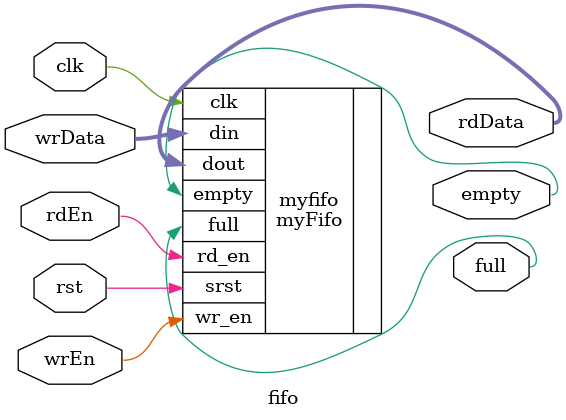
<source format=v>
module fifo #(parameter DataWidth=8,FifoDepth=128)(
input   clk,
input   rst,
input   wrEn,
input   rdEn,
input  [DataWidth-1:0] wrData,
output [DataWidth-1:0] rdData,
output  full,
output  empty
);

/*reg [DataWidth-1:0] myRam [FifoDepth-1:0];
wire [$clog2(FifoDepth)-1:0] count; 
reg [$clog2(FifoDepth)-1:0] wrPntr;
reg [$clog2(FifoDepth)-1:0] rdPntr;


assign count = rdPntr-wrPntr;
assign empty = (count == FifoDepth-1) ? 1'b1 : 1'b0;
assign full = (count == 0) ? 1'b1 : 1'b0;

always @(posedge clk)
begin
    if(rst)
       wrPntr <= {7{1'b0}};//clog2
    else
        if(wrEn & !full)
            wrPntr <= wrPntr + 1;
end

always @(posedge clk)
begin
    if(rst)
       rdPntr <= {7{1'b1}} ;
    else
        if(rdEn & !empty)
            rdPntr <= rdPntr + 1;
end


always @(posedge clk)
begin
    if(wrEn & !full)
        myRam[wrPntr] <= wrData;
end


always @(posedge clk)
begin
    if(rdEn & !empty)
        rdData <= myRam[rdPntr+1];
end*/



myFifo myfifo (
  .clk(clk),      // input wire clk
  .srst(rst),    // input wire srst
  .din(wrData),      // input wire [7 : 0] din
  .wr_en(wrEn),  // input wire wr_en
  .rd_en(rdEn),  // input wire rd_en
  .dout(rdData),    // output wire [7 : 0] dout
  .full(full),    // output wire full
  .empty(empty)  // output wire empty
);



endmodule
</source>
